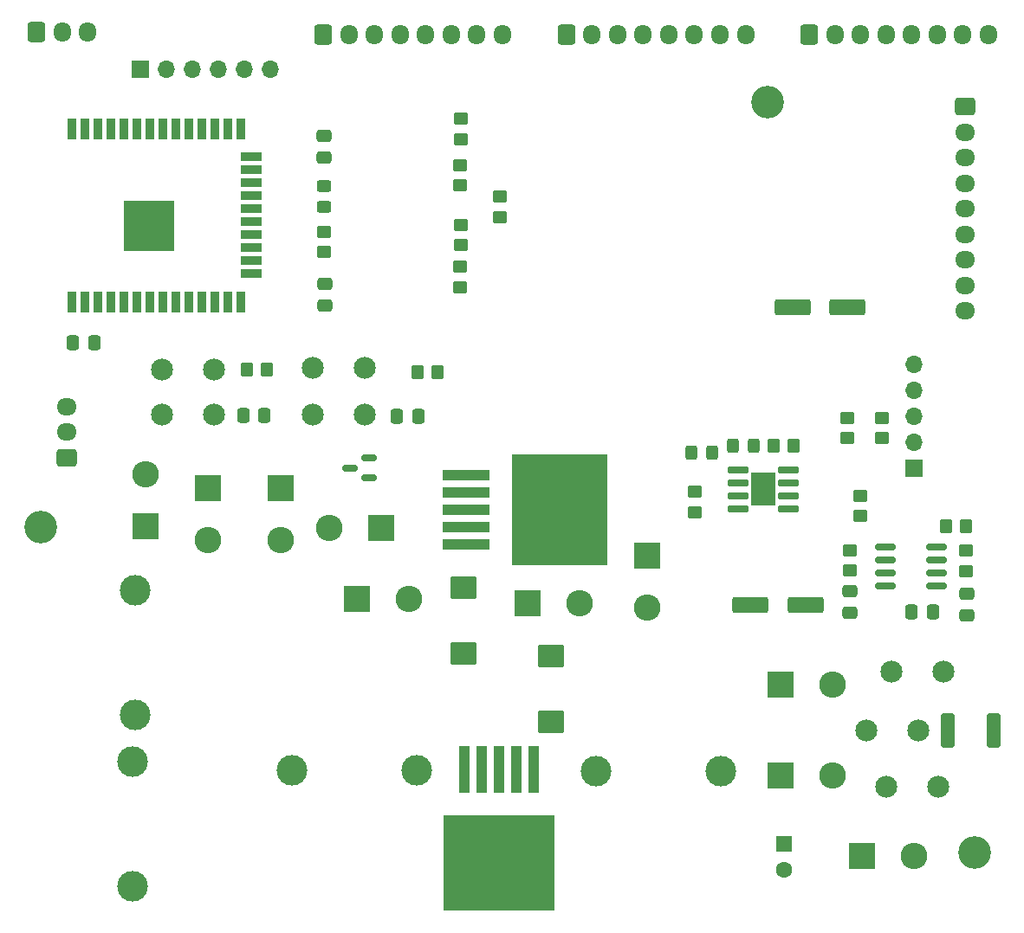
<source format=gbr>
%TF.GenerationSoftware,KiCad,Pcbnew,6.0.5-a6ca702e91~116~ubuntu20.04.1*%
%TF.CreationDate,2022-05-20T12:06:46-05:00*%
%TF.ProjectId,Easyrun,45617379-7275-46e2-9e6b-696361645f70,rev?*%
%TF.SameCoordinates,Original*%
%TF.FileFunction,Soldermask,Top*%
%TF.FilePolarity,Negative*%
%FSLAX46Y46*%
G04 Gerber Fmt 4.6, Leading zero omitted, Abs format (unit mm)*
G04 Created by KiCad (PCBNEW 6.0.5-a6ca702e91~116~ubuntu20.04.1) date 2022-05-20 12:06:46*
%MOMM*%
%LPD*%
G01*
G04 APERTURE LIST*
G04 Aperture macros list*
%AMRoundRect*
0 Rectangle with rounded corners*
0 $1 Rounding radius*
0 $2 $3 $4 $5 $6 $7 $8 $9 X,Y pos of 4 corners*
0 Add a 4 corners polygon primitive as box body*
4,1,4,$2,$3,$4,$5,$6,$7,$8,$9,$2,$3,0*
0 Add four circle primitives for the rounded corners*
1,1,$1+$1,$2,$3*
1,1,$1+$1,$4,$5*
1,1,$1+$1,$6,$7*
1,1,$1+$1,$8,$9*
0 Add four rect primitives between the rounded corners*
20,1,$1+$1,$2,$3,$4,$5,0*
20,1,$1+$1,$4,$5,$6,$7,0*
20,1,$1+$1,$6,$7,$8,$9,0*
20,1,$1+$1,$8,$9,$2,$3,0*%
G04 Aperture macros list end*
%ADD10RoundRect,0.250000X-0.600000X-0.725000X0.600000X-0.725000X0.600000X0.725000X-0.600000X0.725000X0*%
%ADD11O,1.700000X1.950000*%
%ADD12RoundRect,0.250000X-0.400000X-1.450000X0.400000X-1.450000X0.400000X1.450000X-0.400000X1.450000X0*%
%ADD13R,2.600000X2.600000*%
%ADD14O,2.600000X2.600000*%
%ADD15RoundRect,0.250000X-0.475000X0.337500X-0.475000X-0.337500X0.475000X-0.337500X0.475000X0.337500X0*%
%ADD16C,3.200000*%
%ADD17RoundRect,0.250000X-0.337500X-0.475000X0.337500X-0.475000X0.337500X0.475000X-0.337500X0.475000X0*%
%ADD18RoundRect,0.250000X0.337500X0.475000X-0.337500X0.475000X-0.337500X-0.475000X0.337500X-0.475000X0*%
%ADD19RoundRect,0.250000X-0.350000X-0.450000X0.350000X-0.450000X0.350000X0.450000X-0.350000X0.450000X0*%
%ADD20RoundRect,0.250000X-1.025000X0.875000X-1.025000X-0.875000X1.025000X-0.875000X1.025000X0.875000X0*%
%ADD21RoundRect,0.250000X0.475000X-0.337500X0.475000X0.337500X-0.475000X0.337500X-0.475000X-0.337500X0*%
%ADD22C,2.145000*%
%ADD23C,3.000000*%
%ADD24RoundRect,0.250000X0.450000X-0.350000X0.450000X0.350000X-0.450000X0.350000X-0.450000X-0.350000X0*%
%ADD25RoundRect,0.250000X-0.450000X0.350000X-0.450000X-0.350000X0.450000X-0.350000X0.450000X0.350000X0*%
%ADD26RoundRect,0.250000X-0.725000X0.600000X-0.725000X-0.600000X0.725000X-0.600000X0.725000X0.600000X0*%
%ADD27O,1.950000X1.700000*%
%ADD28RoundRect,0.250000X1.500000X0.550000X-1.500000X0.550000X-1.500000X-0.550000X1.500000X-0.550000X0*%
%ADD29RoundRect,0.042000X0.943000X0.258000X-0.943000X0.258000X-0.943000X-0.258000X0.943000X-0.258000X0*%
%ADD30R,2.413000X3.302000*%
%ADD31RoundRect,0.150000X-0.825000X-0.150000X0.825000X-0.150000X0.825000X0.150000X-0.825000X0.150000X0*%
%ADD32RoundRect,0.250000X-0.325000X-0.450000X0.325000X-0.450000X0.325000X0.450000X-0.325000X0.450000X0*%
%ADD33RoundRect,0.250000X-1.500000X-0.550000X1.500000X-0.550000X1.500000X0.550000X-1.500000X0.550000X0*%
%ADD34RoundRect,0.250000X-0.450000X0.325000X-0.450000X-0.325000X0.450000X-0.325000X0.450000X0.325000X0*%
%ADD35R,0.900000X2.000000*%
%ADD36R,2.000000X0.900000*%
%ADD37R,5.000000X5.000000*%
%ADD38RoundRect,0.150000X0.587500X0.150000X-0.587500X0.150000X-0.587500X-0.150000X0.587500X-0.150000X0*%
%ADD39RoundRect,0.250000X0.325000X0.450000X-0.325000X0.450000X-0.325000X-0.450000X0.325000X-0.450000X0*%
%ADD40R,4.600000X1.100000*%
%ADD41R,9.400000X10.800000*%
%ADD42R,1.600000X1.600000*%
%ADD43C,1.600000*%
%ADD44R,1.100000X4.600000*%
%ADD45R,10.800000X9.400000*%
%ADD46RoundRect,0.250000X0.725000X-0.600000X0.725000X0.600000X-0.725000X0.600000X-0.725000X-0.600000X0*%
%ADD47R,1.700000X1.700000*%
%ADD48O,1.700000X1.700000*%
%ADD49RoundRect,0.250000X0.350000X0.450000X-0.350000X0.450000X-0.350000X-0.450000X0.350000X-0.450000X0*%
%ADD50RoundRect,0.250000X1.025000X-0.875000X1.025000X0.875000X-1.025000X0.875000X-1.025000X-0.875000X0*%
G04 APERTURE END LIST*
D10*
%TO.C,J_Lector_2*%
X182014000Y-57035500D03*
D11*
X184514000Y-57035500D03*
X187014000Y-57035500D03*
X189514000Y-57035500D03*
X192014000Y-57035500D03*
X194514000Y-57035500D03*
X197014000Y-57035500D03*
X199514000Y-57035500D03*
%TD*%
D12*
%TO.C,FB1*%
X195549400Y-125115000D03*
X199999400Y-125115000D03*
%TD*%
D13*
%TO.C,D1*%
X140157600Y-105252200D03*
D14*
X135077600Y-105252200D03*
%TD*%
D15*
%TO.C,C1*%
X134640000Y-81445000D03*
X134640000Y-83520000D03*
%TD*%
D16*
%TO.C,REF\u002A\u002A*%
X198130000Y-137002200D03*
%TD*%
D17*
%TO.C,CB4*%
X141720500Y-94381000D03*
X143795500Y-94381000D03*
%TD*%
D18*
%TO.C,CB1*%
X112102500Y-87145000D03*
X110027500Y-87145000D03*
%TD*%
D10*
%TO.C,J_Lector_1*%
X158265000Y-56997500D03*
D11*
X160765000Y-56997500D03*
X163265000Y-56997500D03*
X165765000Y-56997500D03*
X168265000Y-56997500D03*
X170765000Y-56997500D03*
X173265000Y-56997500D03*
X175765000Y-56997500D03*
%TD*%
D13*
%TO.C,DFly1*%
X187157200Y-137408600D03*
D14*
X192237200Y-137408600D03*
%TD*%
D19*
%TO.C,Ra1*%
X195352000Y-105150600D03*
X197352000Y-105150600D03*
%TD*%
D20*
%TO.C,CBy3*%
X148244400Y-111145400D03*
X148244400Y-117545400D03*
%TD*%
D21*
%TO.C,C3*%
X134565000Y-69032500D03*
X134565000Y-66957500D03*
%TD*%
D22*
%TO.C,J_gnd1*%
X192694400Y-125115000D03*
X187614400Y-125115000D03*
%TD*%
D23*
%TO.C,LB3*%
X116075000Y-111375000D03*
X116075000Y-123575000D03*
%TD*%
%TO.C,Lb1*%
X115834000Y-128163000D03*
X115834000Y-140363000D03*
%TD*%
D13*
%TO.C,D3*%
X123220000Y-101405000D03*
D14*
X123220000Y-106485000D03*
%TD*%
D10*
%TO.C,J_Lector_3*%
X134516000Y-57035500D03*
D11*
X137016000Y-57035500D03*
X139516000Y-57035500D03*
X142016000Y-57035500D03*
X144516000Y-57035500D03*
X147016000Y-57035500D03*
X149516000Y-57035500D03*
X152016000Y-57035500D03*
%TD*%
D24*
%TO.C,RI2C1*%
X185684000Y-96498600D03*
X185684000Y-94498600D03*
%TD*%
D17*
%TO.C,CB2*%
X126683700Y-94279400D03*
X128758700Y-94279400D03*
%TD*%
D22*
%TO.C,B1_1*%
X118780400Y-89809000D03*
X123860400Y-89809000D03*
%TD*%
D24*
%TO.C,R6*%
X147840000Y-81720000D03*
X147840000Y-79720000D03*
%TD*%
D25*
%TO.C,R_RED1*%
X170799600Y-101763000D03*
X170799600Y-103763000D03*
%TD*%
D26*
%TO.C,J_Display1*%
X197257500Y-64070000D03*
D27*
X197257500Y-66570000D03*
X197257500Y-69070000D03*
X197257500Y-71570000D03*
X197257500Y-74070000D03*
X197257500Y-76570000D03*
X197257500Y-79070000D03*
X197257500Y-81570000D03*
X197257500Y-84070000D03*
%TD*%
D25*
%TO.C,R5*%
X147990000Y-65270000D03*
X147990000Y-67270000D03*
%TD*%
D28*
%TO.C,CBat1*%
X185742400Y-83713000D03*
X180342400Y-83713000D03*
%TD*%
D29*
%TO.C,U_ChargeControler1*%
X179982400Y-103398000D03*
X179982400Y-102128000D03*
X179982400Y-100858000D03*
X179982400Y-99588000D03*
X175032400Y-99588000D03*
X175032400Y-100858000D03*
X175032400Y-102128000D03*
X175032400Y-103398000D03*
D30*
X177507400Y-101493000D03*
%TD*%
D31*
%TO.C,U_555*%
X189446000Y-107188600D03*
X189446000Y-108458600D03*
X189446000Y-109728600D03*
X189446000Y-110998600D03*
X194396000Y-110998600D03*
X194396000Y-109728600D03*
X194396000Y-108458600D03*
X194396000Y-107188600D03*
%TD*%
D32*
%TO.C,D_RED1*%
X170485800Y-97886200D03*
X172535800Y-97886200D03*
%TD*%
D33*
%TO.C,CByBa1*%
X176227600Y-112821400D03*
X181627600Y-112821400D03*
%TD*%
D22*
%TO.C,J_Tap_1*%
X194594000Y-130633000D03*
X189514000Y-130633000D03*
%TD*%
D34*
%TO.C,L_p1*%
X134615000Y-71820000D03*
X134615000Y-73870000D03*
%TD*%
D16*
%TO.C,REF\u002A\u002A*%
X177962400Y-63600000D03*
%TD*%
D25*
%TO.C,R_Prog10*%
X186994800Y-102124000D03*
X186994800Y-104124000D03*
%TD*%
D22*
%TO.C,B2_1*%
X133512400Y-89656600D03*
X138592400Y-89656600D03*
%TD*%
%TO.C,B2*%
X133512400Y-94177800D03*
X138592400Y-94177800D03*
%TD*%
D35*
%TO.C,U1*%
X109966600Y-83221400D03*
X111236600Y-83221400D03*
X112506600Y-83221400D03*
X113776600Y-83221400D03*
X115046600Y-83221400D03*
X116316600Y-83221400D03*
X117586600Y-83221400D03*
X118856600Y-83221400D03*
X120126600Y-83221400D03*
X121396600Y-83221400D03*
X122666600Y-83221400D03*
X123936600Y-83221400D03*
X125206600Y-83221400D03*
X126476600Y-83221400D03*
D36*
X127476600Y-80436400D03*
X127476600Y-79166400D03*
X127476600Y-77896400D03*
X127476600Y-76626400D03*
X127476600Y-75356400D03*
X127476600Y-74086400D03*
X127476600Y-72816400D03*
X127476600Y-71546400D03*
X127476600Y-70276400D03*
X127476600Y-69006400D03*
D35*
X126476600Y-66221400D03*
X125206600Y-66221400D03*
X123936600Y-66221400D03*
X122666600Y-66221400D03*
X121396600Y-66221400D03*
X120126600Y-66221400D03*
X118856600Y-66221400D03*
X117586600Y-66221400D03*
X116316600Y-66221400D03*
X115046600Y-66221400D03*
X113776600Y-66221400D03*
X112506600Y-66221400D03*
X111236600Y-66221400D03*
X109966600Y-66221400D03*
D37*
X117466600Y-75721400D03*
%TD*%
D38*
%TO.C,QBoo1*%
X138971100Y-100360200D03*
X138971100Y-98460200D03*
X137096100Y-99410200D03*
%TD*%
D13*
%TO.C,DBoo1*%
X117124000Y-105145000D03*
D14*
X117124000Y-100065000D03*
%TD*%
D18*
%TO.C,C_cv1*%
X194087500Y-113532600D03*
X192012500Y-113532600D03*
%TD*%
D13*
%TO.C,D2*%
X166146000Y-108009000D03*
D14*
X166146000Y-113089000D03*
%TD*%
D39*
%TO.C,D_GREEN1*%
X176549000Y-97276600D03*
X174499000Y-97276600D03*
%TD*%
D40*
%TO.C,UB3v3*%
X148475000Y-100125000D03*
X148475000Y-101825000D03*
D41*
X157625000Y-103525000D03*
D40*
X148475000Y-103525000D03*
X148475000Y-105225000D03*
X148475000Y-106925000D03*
%TD*%
D23*
%TO.C,LB5*%
X143625600Y-128975800D03*
X131425600Y-128975800D03*
%TD*%
D16*
%TO.C,REF\u002A\u002A*%
X106893200Y-105201400D03*
%TD*%
D42*
%TO.C,Crec1*%
X179534000Y-136211621D03*
D43*
X179534000Y-138711621D03*
%TD*%
D13*
%TO.C,D_S1*%
X179188000Y-129520000D03*
D14*
X184268000Y-129520000D03*
%TD*%
D24*
%TO.C,RI2C2*%
X189087600Y-96498600D03*
X189087600Y-94498600D03*
%TD*%
D25*
%TO.C,R4*%
X151790000Y-72895000D03*
X151790000Y-74895000D03*
%TD*%
%TO.C,R_p1*%
X134565000Y-76320000D03*
X134565000Y-78320000D03*
%TD*%
D22*
%TO.C,B1*%
X118780400Y-94177800D03*
X123860400Y-94177800D03*
%TD*%
D15*
%TO.C,Cby2*%
X197368000Y-111733100D03*
X197368000Y-113808100D03*
%TD*%
D19*
%TO.C,R_GREEN1*%
X178486400Y-97276600D03*
X180486400Y-97276600D03*
%TD*%
D44*
%TO.C,UB5v0*%
X155048000Y-128890400D03*
X153348000Y-128890400D03*
D45*
X151648000Y-138040400D03*
D44*
X151648000Y-128890400D03*
X149948000Y-128890400D03*
X148248000Y-128890400D03*
%TD*%
D24*
%TO.C,Ro1*%
X185938000Y-109452600D03*
X185938000Y-107452600D03*
%TD*%
D46*
%TO.C,J_M2*%
X109465000Y-98405000D03*
D27*
X109465000Y-95905000D03*
X109465000Y-93405000D03*
%TD*%
D21*
%TO.C,C_by1*%
X185938000Y-113554100D03*
X185938000Y-111479100D03*
%TD*%
D47*
%TO.C,J_I2C1*%
X192206000Y-99481000D03*
D48*
X192206000Y-96941000D03*
X192206000Y-94401000D03*
X192206000Y-91861000D03*
X192206000Y-89321000D03*
%TD*%
D25*
%TO.C,RMISO1*%
X147890000Y-69795000D03*
X147890000Y-71795000D03*
%TD*%
D10*
%TO.C,J_M1*%
X106476000Y-56781500D03*
D11*
X108976000Y-56781500D03*
X111476000Y-56781500D03*
%TD*%
D47*
%TO.C,J_prog1*%
X116596000Y-60402000D03*
D48*
X119136000Y-60402000D03*
X121676000Y-60402000D03*
X124216000Y-60402000D03*
X126756000Y-60402000D03*
X129296000Y-60402000D03*
%TD*%
D19*
%TO.C,RBtn2*%
X143700000Y-90075000D03*
X145700000Y-90075000D03*
%TD*%
D13*
%TO.C,DB3*%
X137789200Y-112262600D03*
D14*
X142869200Y-112262600D03*
%TD*%
D49*
%TO.C,RBtn1*%
X129000000Y-89800000D03*
X127000000Y-89800000D03*
%TD*%
D25*
%TO.C,R1*%
X147940000Y-75620000D03*
X147940000Y-77620000D03*
%TD*%
%TO.C,Rb1*%
X197317200Y-107503400D03*
X197317200Y-109503400D03*
%TD*%
D13*
%TO.C,DB5*%
X154451600Y-112669000D03*
D14*
X159531600Y-112669000D03*
%TD*%
D23*
%TO.C,Lrec1*%
X173390000Y-129042000D03*
X161190000Y-129042000D03*
%TD*%
D13*
%TO.C,D4*%
X130332000Y-101405000D03*
D14*
X130332000Y-106485000D03*
%TD*%
D50*
%TO.C,CBy5*%
X156728000Y-124251000D03*
X156728000Y-117851000D03*
%TD*%
D22*
%TO.C,J_Tap_2*%
X195102000Y-119333000D03*
X190022000Y-119333000D03*
%TD*%
D13*
%TO.C,D_S2*%
X179166000Y-120630000D03*
D14*
X184246000Y-120630000D03*
%TD*%
M02*

</source>
